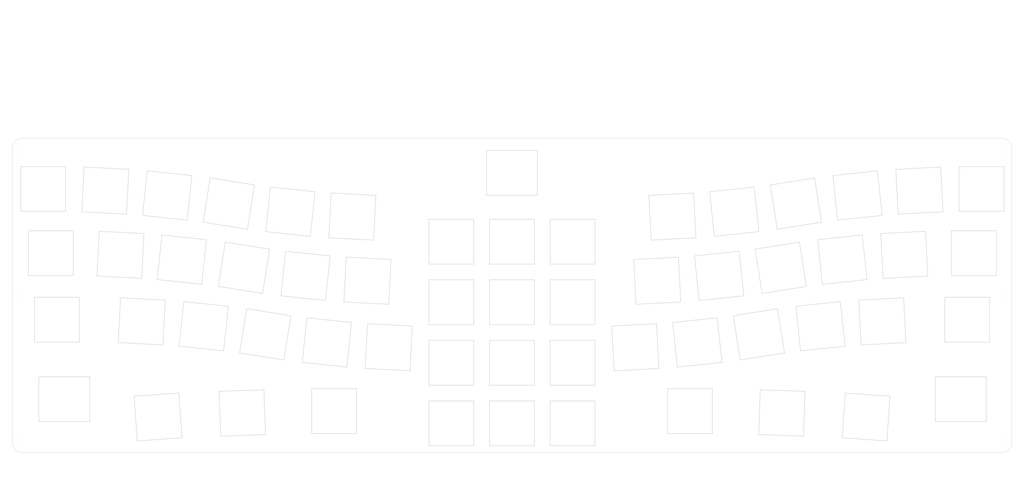
<source format=kicad_pcb>
(kicad_pcb (version 20241229) (generator "pcbnew") (generator_version "9.0")
  (layers (0 "F.Cu" signal) (2 "B.Cu" signal) (13 "F.Paste" user) (15 "B.Paste" user) (5 "F.SilkS" user "F.Silkscreen") (7 "B.SilkS" user "B.Silkscreen") (1 "F.Mask" user) (3 "B.Mask" user) (25 "Edge.Cuts" user))
  (net 0 "")
  (footprint "kbd_Hole:m2_Screw_Hole_EdgeCuts" (layer "F.Cu") (at 16.075 66.65)
    (property "Reference" "J3" (hide yes))
    (property "Value" "Conn_01x01" (hide yes))
    (fp_circle (center 0 0) (end 1.1 0) (stroke (width 0.01)) (fill no) (layer "Edge.Cuts"))
  )
  (footprint "kbd_Hole:m2_Screw_Hole_EdgeCuts" (layer "F.Cu") (at 16.075 111.75)
    (property "Reference" "J4" (hide yes))
    (property "Value" "Conn_01x01" (hide yes))
    (fp_circle (center 0 0) (end 1.1 0) (stroke (width 0.01)) (fill no) (layer "Edge.Cuts"))
  )
  (footprint "kbd_Hole:m2_Screw_Hole_EdgeCuts" (layer "F.Cu") (at 326.825 21.55)
    (property "Reference" "J5" (hide yes))
    (property "Value" "Conn_01x01" (hide yes))
    (fp_circle (center 0 0) (end 1.1 0) (stroke (width 0.01)) (fill no) (layer "Edge.Cuts"))
  )
  (footprint "kbd_Hole:m2_Screw_Hole_EdgeCuts" (layer "F.Cu") (at 326.825 66.65)
    (property "Reference" "J6" (hide yes))
    (property "Value" "Conn_01x01" (hide yes))
    (fp_circle (center 0 0) (end 1.1 0) (stroke (width 0.01)) (fill no) (layer "Edge.Cuts"))
  )
  (footprint "kbd_Hole:m2_Screw_Hole_EdgeCuts" (layer "F.Cu") (at 326.825 111.75)
    (property "Reference" "J7" (hide yes))
    (property "Value" "Conn_01x01" (hide yes))
    (fp_circle (center 0 0) (end 1.1 0) (stroke (width 0.01)) (fill no) (layer "Edge.Cuts"))
  )
  (footprint "kbd_SW_Hole:SW_Hole_1u(wide)" (layer "F.Cu") (at 30.593611 99.3)
    (property "Reference" "SW4" (hide yes))
    (property "Value" "RotaryEncoder_Switch" (hide yes))
    (fp_line (start -8 -7.05) (end 8 -7.05) (stroke (width 0.15)) (layer "Edge.Cuts"))
    (fp_line (start -8 7.05) (end -8 -7.05) (stroke (width 0.15)) (layer "Edge.Cuts"))
    (fp_line (start -8 7.05) (end 8 7.05) (stroke (width 0.15)) (layer "Edge.Cuts"))
    (fp_line (start 8 -7.05) (end 8 7.05) (stroke (width 0.15)) (layer "Edge.Cuts"))
  )
  (footprint "kbd_SW_Hole:SW_Hole_1u" (layer "F.Cu") (at 171.405943 106.907157)
    (property "Reference" "SW34" (hide yes))
    (property "Value" "SW_PUSH" (hide yes))
    (fp_line (start -7.05 -7.05) (end 7.05 -7.05) (stroke (width 0.15)) (layer "Edge.Cuts"))
    (fp_line (start -7.05 7.05) (end -7.05 -7.05) (stroke (width 0.15)) (layer "Edge.Cuts"))
    (fp_line (start 7.05 -7.05) (end 7.05 7.05) (stroke (width 0.15)) (layer "Edge.Cuts"))
    (fp_line (start 7.05 7.05) (end -7.05 7.05) (stroke (width 0.15)) (layer "Edge.Cuts"))
  )
  (footprint "kbd_SW_Hole:SW_Hole_1u" (layer "F.Cu") (at 62.973516 35.227734 -6)
    (property "Reference" "SW9" (hide yes))
    (property "Value" "SW_PUSH" (hide yes))
    (fp_line (start -7.05 7.05) (end -7.05 -7.05) (stroke (width 0.15)) (layer "Edge.Cuts"))
    (fp_line (start -7.05 -7.05) (end 7.05 -7.05) (stroke (width 0.15)) (layer "Edge.Cuts"))
    (fp_line (start 7.05 7.05) (end -7.05 7.05) (stroke (width 0.15)) (layer "Edge.Cuts"))
    (fp_line (start 7.05 -7.05) (end 7.05 7.05) (stroke (width 0.15)) (layer "Edge.Cuts"))
  )
  (footprint "kbd_SW_Hole:SW_Hole_1u" (layer "F.Cu") (at 113.186495 81.456809 -6)
    (property "Reference" "SW18" (hide yes))
    (property "Value" "SW_PUSH" (hide yes))
    (fp_line (start -7.05 7.05) (end -7.05 -7.05) (stroke (width 0.15)) (layer "Edge.Cuts"))
    (fp_line (start -7.05 -7.05) (end 7.05 -7.05) (stroke (width 0.15)) (layer "Edge.Cuts"))
    (fp_line (start 7.05 7.05) (end -7.05 7.05) (stroke (width 0.15)) (layer "Edge.Cuts"))
    (fp_line (start 7.05 -7.05) (end 7.05 7.05) (stroke (width 0.15)) (layer "Edge.Cuts"))
  )
  (footprint "kbd_SW_Hole:SW_Hole_1u" (layer "F.Cu") (at 294.808024 53.887878 3)
    (property "Reference" "SW51" (hide yes))
    (property "Value" "SW_PUSH" (hide yes))
    (fp_line (start -7.05 -7.05) (end 7.05 -7.05) (stroke (width 0.15)) (layer "Edge.Cuts"))
    (fp_line (start -7.05 7.05) (end -7.05 -7.05) (stroke (width 0.15)) (layer "Edge.Cuts"))
    (fp_line (start 7.05 -7.05) (end 7.05 7.05) (stroke (width 0.15)) (layer "Edge.Cuts"))
    (fp_line (start 7.05 7.05) (end -7.05 7.05) (stroke (width 0.15)) (layer "Edge.Cuts"))
  )
  (footprint "kbd_SW_Hole:SW_Hole_1u" (layer "F.Cu") (at 23.962917 33.184152)
    (property "Reference" "SW1" (hide yes))
    (property "Value" "SW_PUSH" (hide yes))
    (fp_line (start -7.05 -7.05) (end 7.05 -7.05) (stroke (width 0.15)) (layer "Edge.Cuts"))
    (fp_line (start -7.05 7.05) (end -7.05 -7.05) (stroke (width 0.15)) (layer "Edge.Cuts"))
    (fp_line (start 7.05 -7.05) (end 7.05 7.05) (stroke (width 0.15)) (layer "Edge.Cuts"))
    (fp_line (start 7.05 7.05) (end -7.05 7.05) (stroke (width 0.15)) (layer "Edge.Cuts"))
  )
  (footprint "kbd_SW_Hole:SW_Hole_1u" (layer "F.Cu") (at 236.58458 60.520956 6)
    (property "Reference" "SW40" (hide yes))
    (property "Value" "SW_PUSH" (hide yes))
    (fp_line (start -7.05 -7.05) (end 7.05 -7.05) (stroke (width 0.15)) (layer "Edge.Cuts"))
    (fp_line (start -7.05 7.05) (end -7.05 -7.05) (stroke (width 0.15)) (layer "Edge.Cuts"))
    (fp_line (start 7.05 -7.05) (end 7.05 7.05) (stroke (width 0.15)) (layer "Edge.Cuts"))
    (fp_line (start 7.05 7.05) (end -7.05 7.05) (stroke (width 0.15)) (layer "Edge.Cuts"))
  )
  (footprint "kbd_SW_Hole:SW_Hole_1u" (layer "F.Cu") (at 106.478207 60.520956 -6)
    (property "Reference" "SW17" (hide yes))
    (property "Value" "SW_PUSH" (hide yes))
    (fp_line (start -7.05 7.05) (end -7.05 -7.05) (stroke (width 0.15)) (layer "Edge.Cuts"))
    (fp_line (start -7.05 -7.05) (end 7.05 -7.05) (stroke (width 0.15)) (layer "Edge.Cuts"))
    (fp_line (start 7.05 7.05) (end -7.05 7.05) (stroke (width 0.15)) (layer "Edge.Cuts"))
    (fp_line (start 7.05 -7.05) (end 7.05 7.05) (stroke (width 0.15)) (layer "Edge.Cuts"))
  )
  (footprint "kbd_SW_Hole:SW_Hole_1u" (layer "F.Cu") (at 282.806389 104.907157 -4)
    (property "Reference" "SW53" (hide yes))
    (property "Value" "SW_PUSH" (hide yes))
    (fp_line (start -7.05 7.05) (end -7.05 -7.05) (stroke (width 0.15)) (layer "Edge.Cuts"))
    (fp_line (start -7.05 -7.05) (end 7.05 -7.05) (stroke (width 0.15)) (layer "Edge.Cuts"))
    (fp_line (start 7.05 7.05) (end -7.05 7.05) (stroke (width 0.15)) (layer "Edge.Cuts"))
    (fp_line (start 7.05 -7.05) (end 7.05 7.05) (stroke (width 0.15)) (layer "Edge.Cuts"))
  )
  (footprint "kbd_SW_Hole:SW_Hole_1u" (layer "F.Cu") (at 60.093611 104.907157 4)
    (property "Reference" "SW8" (hide yes))
    (property "Value" "SW_PUSH" (hide yes))
    (fp_line (start -7.05 -7.05) (end 7.05 -7.05) (stroke (width 0.15)) (layer "Edge.Cuts"))
    (fp_line (start -7.05 7.05) (end -7.05 -7.05) (stroke (width 0.15)) (layer "Edge.Cuts"))
    (fp_line (start 7.05 -7.05) (end 7.05 7.05) (stroke (width 0.15)) (layer "Edge.Cuts"))
    (fp_line (start 7.05 7.05) (end -7.05 7.05) (stroke (width 0.15)) (layer "Edge.Cuts"))
  )
  (footprint "kbd_SW_Hole:SW_Hole_1u" (layer "F.Cu") (at 316.721969 53.377018)
    (property "Reference" "SW55" (hide yes))
    (property "Value" "SW_PUSH" (hide yes))
    (fp_line (start -7.05 -7.05) (end 7.05 -7.05) (stroke (width 0.15)) (layer "Edge.Cuts"))
    (fp_line (start -7.05 7.05) (end -7.05 -7.05) (stroke (width 0.15)) (layer "Edge.Cuts"))
    (fp_line (start 7.05 -7.05) (end 7.05 7.05) (stroke (width 0.15)) (layer "Edge.Cuts"))
    (fp_line (start 7.05 7.05) (end -7.05 7.05) (stroke (width 0.15)) (layer "Edge.Cuts"))
  )
  (footprint "kbd_SW_Hole:SW_Hole_1u" (layer "F.Cu") (at 171.405943 49.757157)
    (property "Reference" "SW28" (hide yes))
    (property "Value" "SW_PUSH" (hide yes))
    (fp_line (start -7.05 -7.05) (end 7.05 -7.05) (stroke (width 0.15)) (layer "Edge.Cuts"))
    (fp_line (start -7.05 7.05) (end -7.05 -7.05) (stroke (width 0.15)) (layer "Edge.Cuts"))
    (fp_line (start 7.05 -7.05) (end 7.05 7.05) (stroke (width 0.15)) (layer "Edge.Cuts"))
    (fp_line (start 7.05 7.05) (end -7.05 7.05) (stroke (width 0.15)) (layer "Edge.Cuts"))
  )
  (footprint "kbd_SW_Hole:SW_Hole_1u" (layer "F.Cu") (at 54.965195 74.825193 -3)
    (property "Reference" "SW7" (hide yes))
    (property "Value" "SW_PUSH" (hide yes))
    (fp_line (start -7.05 7.05) (end -7.05 -7.05) (stroke (width 0.15)) (layer "Edge.Cuts"))
    (fp_line (start -7.05 -7.05) (end 7.05 -7.05) (stroke (width 0.15)) (layer "Edge.Cuts"))
    (fp_line (start 7.05 7.05) (end -7.05 7.05) (stroke (width 0.15)) (layer "Edge.Cuts"))
    (fp_line (start 7.05 -7.05) (end 7.05 7.05) (stroke (width 0.15)) (layer "Edge.Cuts"))
  )
  (footprint "kbd_SW_Hole:SW_Hole_1u" (layer "F.Cu") (at 48.254763 53.887878 -3)
    (property "Reference" "SW6" (hide yes))
    (property "Value" "SW_PUSH" (hide yes))
    (fp_line (start -7.05 7.05) (end -7.05 -7.05) (stroke (width 0.15)) (layer "Edge.Cuts"))
    (fp_line (start -7.05 -7.05) (end 7.05 -7.05) (stroke (width 0.15)) (layer "Edge.Cuts"))
    (fp_line (start 7.05 7.05) (end -7.05 7.05) (stroke (width 0.15)) (layer "Edge.Cuts"))
    (fp_line (start 7.05 -7.05) (end 7.05 7.05) (stroke (width 0.15)) (layer "Edge.Cuts"))
  )
  (footprint "kbd_SW_Hole:SW_Hole_1.25u" (layer "F.Cu") (at 115.490396 103.054659)
    (property "Reference" "SW22" (hide yes))
    (property "Value" "SW_PUSH" (hide yes))
    (fp_line (start -7.05 -7.05) (end 7.05 -7.05) (stroke (width 0.15)) (layer "Edge.Cuts"))
    (fp_line (start -7.05 7.05) (end -7.05 -7.05) (stroke (width 0.15)) (layer "Edge.Cuts"))
    (fp_line (start 7.05 -7.05) (end 7.05 7.05) (stroke (width 0.15)) (layer "Edge.Cuts"))
    (fp_line (start 7.05 7.05) (end -7.05 7.05) (stroke (width 0.15)) (layer "Edge.Cuts"))
  )
  (footprint "kbd_SW_Hole:SW_Hole_1u" (layer "F.Cu") (at 82.345015 37.777363 -9)
    (property "Reference" "SW12" (hide yes))
    (property "Value" "SW_PUSH" (hide yes))
    (fp_line (start -7.05 7.05) (end -7.05 -7.05) (stroke (width 0.15)) (layer "Edge.Cuts"))
    (fp_line (start -7.05 -7.05) (end 7.05 -7.05) (stroke (width 0.15)) (layer "Edge.Cuts"))
    (fp_line (start 7.05 7.05) (end -7.05 7.05) (stroke (width 0.15)) (layer "Edge.Cuts"))
    (fp_line (start 7.05 -7.05) (end 7.05 7.05) (stroke (width 0.15)) (layer "Edge.Cuts"))
  )
  (footprint "kbd_SW_Hole:SW_Hole_1u" (layer "F.Cu") (at 221.867746 41.86016 3)
    (property "Reference" "SW35" (hide yes))
    (property "Value" "SW_PUSH" (hide yes))
    (fp_line (start -7.05 -7.05) (end 7.05 -7.05) (stroke (width 0.15)) (layer "Edge.Cuts"))
    (fp_line (start -7.05 7.05) (end -7.05 -7.05) (stroke (width 0.15)) (layer "Edge.Cuts"))
    (fp_line (start 7.05 -7.05) (end 7.05 7.05) (stroke (width 0.15)) (layer "Edge.Cuts"))
    (fp_line (start 7.05 7.05) (end -7.05 7.05) (stroke (width 0.15)) (layer "Edge.Cuts"))
  )
  (footprint "kbd_SW_Hole:SW_Hole_1u" (layer "F.Cu") (at 125.956652 62.054123 -3)
    (property "Reference" "SW20" (hide yes))
    (property "Value" "SW_PUSH" (hide yes))
    (fp_line (start -7.05 7.05) (end -7.05 -7.05) (stroke (width 0.15)) (layer "Edge.Cuts"))
    (fp_line (start -7.05 -7.05) (end 7.05 -7.05) (stroke (width 0.15)) (layer "Edge.Cuts"))
    (fp_line (start 7.05 7.05) (end -7.05 7.05) (stroke (width 0.15)) (layer "Edge.Cuts"))
    (fp_line (start 7.05 -7.05) (end 7.05 7.05) (stroke (width 0.15)) (layer "Edge.Cuts"))
  )
  (footprint "kbd_SW_Hole:SW_Hole_1u" (layer "F.Cu") (at 171.405943 87.857157)
    (property "Reference" "SW30" (hide yes))
    (property "Value" "SW_PUSH" (hide yes))
    (fp_line (start -7.05 -7.05) (end 7.05 -7.05) (stroke (width 0.15)) (layer "Edge.Cuts"))
    (fp_line (start -7.05 7.05) (end -7.05 -7.05) (stroke (width 0.15)) (layer "Edge.Cuts"))
    (fp_line (start 7.05 -7.05) (end 7.05 7.05) (stroke (width 0.15)) (layer "Edge.Cuts"))
    (fp_line (start 7.05 7.05) (end -7.05 7.05) (stroke (width 0.15)) (layer "Edge.Cuts"))
  )
  (footprint "kbd_SW_Hole:SW_Hole_1u" (layer "F.Cu") (at 229.713505 81.456809 6)
    (property "Reference" "SW41" (hide yes))
    (property "Value" "SW_PUSH" (hide yes))
    (fp_line (start -7.05 -7.05) (end 7.05 -7.05) (stroke (width 0.15)) (layer "Edge.Cuts"))
    (fp_line (start -7.05 7.05) (end -7.05 -7.05) (stroke (width 0.15)) (layer "Edge.Cuts"))
    (fp_line (start 7.05 -7.05) (end 7.05 7.05) (stroke (width 0.15)) (layer "Edge.Cuts"))
    (fp_line (start 7.05 7.05) (end -7.05 7.05) (stroke (width 0.15)) (layer "Edge.Cuts"))
  )
  (footprint "kbd_SW_Hole:SW_Hole_1u" (layer "F.Cu") (at 210.234088 82.989005 3)
    (property "Reference" "SW37" (hide yes))
    (property "Value" "SW_PUSH" (hide yes))
    (fp_line (start -7.05 -7.05) (end 7.05 -7.05) (stroke (width 0.15)) (layer "Edge.Cuts"))
    (fp_line (start -7.05 7.05) (end -7.05 -7.05) (stroke (width 0.15)) (layer "Edge.Cuts"))
    (fp_line (start 7.05 -7.05) (end 7.05 7.05) (stroke (width 0.15)) (layer "Edge.Cuts"))
    (fp_line (start 7.05 7.05) (end -7.05 7.05) (stroke (width 0.15)) (layer "Edge.Cuts"))
  )
  (footprint "kbd_SW_Hole:SW_Hole_1u" (layer "F.Cu") (at 132.665912 82.989005 -3)
    (property "Reference" "SW21" (hide yes))
    (property "Value" "SW_PUSH" (hide yes))
    (fp_line (start -7.05 7.05) (end -7.05 -7.05) (stroke (width 0.15)) (layer "Edge.Cuts"))
    (fp_line (start -7.05 -7.05) (end 7.05 -7.05) (stroke (width 0.15)) (layer "Edge.Cuts"))
    (fp_line (start 7.05 7.05) (end -7.05 7.05) (stroke (width 0.15)) (layer "Edge.Cuts"))
    (fp_line (start 7.05 -7.05) (end 7.05 7.05) (stroke (width 0.15)) (layer "Edge.Cuts"))
  )
  (footprint "kbd_SW_Hole:SW_Hole_1u" (layer "F.Cu") (at 190.455943 49.757157)
    (property "Reference" "SW31" (hide yes))
    (property "Value" "SW_PUSH" (hide yes))
    (fp_line (start -7.05 -7.05) (end 7.05 -7.05) (stroke (width 0.15)) (layer "Edge.Cuts"))
    (fp_line (start -7.05 7.05) (end -7.05 -7.05) (stroke (width 0.15)) (layer "Edge.Cuts"))
    (fp_line (start 7.05 -7.05) (end 7.05 7.05) (stroke (width 0.15)) (layer "Edge.Cuts"))
    (fp_line (start 7.05 7.05) (end -7.05 7.05) (stroke (width 0.15)) (layer "Edge.Cuts"))
  )
  (footprint "kbd_SW_Hole:SW_Hole_1u" (layer "F.Cu") (at 255.956652 57.971044 9)
    (property "Reference" "SW44" (hide yes))
    (property "Value" "SW_PUSH" (hide yes))
    (fp_line (start -7.05 -7.05) (end 7.05 -7.05) (stroke (width 0.15)) (layer "Edge.Cuts"))
    (fp_line (start -7.05 7.05) (end -7.05 -7.05) (stroke (width 0.15)) (layer "Edge.Cuts"))
    (fp_line (start 7.05 -7.05) (end 7.05 7.05) (stroke (width 0.15)) (layer "Edge.Cuts"))
    (fp_line (start 7.05 7.05) (end -7.05 7.05) (stroke (width 0.15)) (layer "Edge.Cuts"))
  )
  (footprint "kbd_SW_Hole:SW_Hole_1u" (layer "F.Cu") (at 275.328982 55.421385 6)
    (property "Reference" "SW48" (hide yes))
    (property "Value" "SW_PUSH" (hide yes))
    (fp_line (start -7.05 -7.05) (end 7.05 -7.05) (stroke (width 0.15)) (layer "Edge.Cuts"))
    (fp_line (start -7.05 7.05) (end -7.05 -7.05) (stroke (width 0.15)) (layer "Edge.Cuts"))
    (fp_line (start 7.05 -7.05) (end 7.05 7.05) (stroke (width 0.15)) (layer "Edge.Cuts"))
    (fp_line (start 7.05 7.05) (end -7.05 7.05) (stroke (width 0.15)) (layer "Edge.Cuts"))
  )
  (footprint "kbd_SW_Hole:SW_Hole_1u" (layer "F.Cu") (at 152.355943 49.757157)
    (property "Reference" "SW23" (hide yes))
    (property "Value" "SW_PUSH" (hide yes))
    (fp_line (start -7.05 -7.05) (end 7.05 -7.05) (stroke (width 0.15)) (layer "Edge.Cuts"))
    (fp_line (start -7.05 7.05) (end -7.05 -7.05) (stroke (width 0.15)) (layer "Edge.Cuts"))
    (fp_line (start 7.05 -7.05) (end 7.05 7.05) (stroke (width 0.15)) (layer "Edge.Cuts"))
    (fp_line (start 7.05 7.05) (end -7.05 7.05) (stroke (width 0.15)) (layer "Edge.Cuts"))
  )
  (footprint "kbd_SW_Hole:SW_Hole_1u" (layer "F.Cu") (at 287.934805 74.825193 3)
    (property "Reference" "SW52" (hide yes))
    (property "Value" "SW_PUSH" (hide yes))
    (fp_line (start -7.05 -7.05) (end 7.05 -7.05) (stroke (width 0.15)) (layer "Edge.Cuts"))
    (fp_line (start -7.05 7.05) (end -7.05 -7.05) (stroke (width 0.15)) (layer "Edge.Cuts"))
    (fp_line (start 7.05 -7.05) (end 7.05 7.05) (stroke (width 0.15)) (layer "Edge.Cuts"))
    (fp_line (start 7.05 7.05) (end -7.05 7.05) (stroke (width 0.15)) (layer "Edge.Cuts"))
  )
  (footprint "kbd_SW_Hole:SW_Hole_1u" (layer "F.Cu") (at 74.443718 76.357359 -6)
    (property "Reference" "SW11" (hide yes))
    (property "Value" "SW_PUSH" (hide yes))
    (fp_line (start -7.05 7.05) (end -7.05 -7.05) (stroke (width 0.15)) (layer "Edge.Cuts"))
    (fp_line (start -7.05 -7.05) (end 7.05 -7.05) (stroke (width 0.15)) (layer "Edge.Cuts"))
    (fp_line (start 7.05 7.05) (end -7.05 7.05) (stroke (width 0.15)) (layer "Edge.Cuts"))
    (fp_line (start 7.05 -7.05) (end 7.05 7.05) (stroke (width 0.15)) (layer "Edge.Cuts"))
  )
  (footprint "kbd_SW_Hole:SW_Hole_1u" (layer "F.Cu") (at 190.455943 68.807157)
    (property "Reference" "SW32" (hide yes))
    (property "Value" "SW_PUSH" (hide yes))
    (fp_line (start -7.05 -7.05) (end 7.05 -7.05) (stroke (width 0.15)) (layer "Edge.Cuts"))
    (fp_line (start -7.05 7.05) (end -7.05 -7.05) (stroke (width 0.15)) (layer "Edge.Cuts"))
    (fp_line (start 7.05 -7.05) (end 7.05 7.05) (stroke (width 0.15)) (layer "Edge.Cuts"))
    (fp_line (start 7.05 7.05) (end -7.05 7.05) (stroke (width 0.15)) (layer "Edge.Cuts"))
  )
  (footprint "kbd_SW_Hole:SW_Hole_1u" (layer "F.Cu") (at 260.717772 37.777363 9)
    (property "Reference" "SW43" (hide yes))
    (property "Value" "SW_PUSH" (hide yes))
    (fp_line (start -7.05 -7.05) (end 7.05 -7.05) (stroke (width 0.15)) (layer "Edge.Cuts"))
    (fp_line (start -7.05 7.05) (end -7.05 -7.05) (stroke (width 0.15)) (layer "Edge.Cuts"))
    (fp_line (start 7.05 -7.05) (end 7.05 7.05) (stroke (width 0.15)) (layer "Edge.Cuts"))
    (fp_line (start 7.05 7.05) (end -7.05 7.05) (stroke (width 0.15)) (layer "Edge.Cuts"))
  )
  (footprint "kbd_SW_Hole:SW_Hole_1.75u" (layer "F.Cu") (at 314.611222 74.314759)
    (property "Reference" "SW56" (hide yes))
    (property "Value" "SW_PUSH" (hide yes))
    (fp_line (start -7.05 -7.05) (end 7.05 -7.05) (stroke (width 0.15)) (layer "Edge.Cuts"))
    (fp_line (start -7.05 7.05) (end -7.05 -7.05) (stroke (width 0.15)) (layer "Edge.Cuts"))
    (fp_line (start 7.05 -7.05) (end 7.05 7.05) (stroke (width 0.15)) (layer "Edge.Cuts"))
    (fp_line (start 7.05 7.05) (end -7.05 7.05) (stroke (width 0.15)) (layer "Edge.Cuts"))
  )
  (footprint "kbd_SW_Hole:SW_Hole_1u" (layer "F.Cu") (at 121.195041 41.86016 -3)
    (property "Reference" "SW19" (hide yes))
    (property "Value" "SW_PUSH" (hide yes))
    (fp_line (start -7.05 7.05) (end -7.05 -7.05) (stroke (width 0.15)) (layer "Edge.Cuts"))
    (fp_line (start -7.05 -7.05) (end 7.05 -7.05) (stroke (width 0.15)) (layer "Edge.Cuts"))
    (fp_line (start 7.05 7.05) (end -7.05 7.05) (stroke (width 0.15)) (layer "Edge.Cuts"))
    (fp_line (start 7.05 -7.05) (end 7.05 7.05) (stroke (width 0.15)) (layer "Edge.Cuts"))
  )
  (footprint "kbd_SW_Hole:SW_Hole_1u" (layer "F.Cu") (at 26.340818 53.377018)
    (property "Reference" "SW2" (hide yes))
    (property "Value" "SW_PUSH" (hide yes))
    (fp_line (start -7.05 -7.05) (end 7.05 -7.05) (stroke (width 0.15)) (layer "Edge.Cuts"))
    (fp_line (start -7.05 7.05) (end -7.05 -7.05) (stroke (width 0.15)) (layer "Edge.Cuts"))
    (fp_line (start 7.05 -7.05) (end 7.05 7.05) (stroke (width 0.15)) (layer "Edge.Cuts"))
    (fp_line (start 7.05 7.05) (end -7.05 7.05) (stroke (width 0.15)) (layer "Edge.Cuts"))
  )
  (footprint "kbd_SW_Hole:SW_Hole_1.75u" (layer "F.Cu") (at 86.593611 103.642969 2)
    (property "Reference" "SW15" (hide yes))
    (property "Value" "SW_PUSH" (hide yes))
    (fp_line (start -7.05 -7.05) (end 7.05 -7.05) (stroke (width 0.15)) (layer "Edge.Cuts"))
    (fp_line (start -7.05 7.05) (end -7.05 -7.05) (stroke (width 0.15)) (layer "Edge.Cuts"))
    (fp_line (start 7.05 -7.05) (end 7.05 7.05) (stroke (width 0.15)) (layer "Edge.Cuts"))
    (fp_line (start 7.05 7.05) (end -7.05 7.05) (stroke (width 0.15)) (layer "Edge.Cuts"))
  )
  (footprint "kbd_SW_Hole:SW_Hole_1u" (layer "F.Cu") (at 67.571018 55.421385 -6)
    (property "Reference" "SW10" (hide yes))
    (property "Value" "SW_PUSH" (hide yes))
    (fp_line (start -7.05 7.05) (end -7.05 -7.05) (stroke (width 0.15)) (layer "Edge.Cuts"))
    (fp_line (start -7.05 -7.05) (end 7.05 -7.05) (stroke (width 0.15)) (layer "Edge.Cuts"))
    (fp_line (start 7.05 7.05) (end -7.05 7.05) (stroke (width 0.15)) (layer "Edge.Cuts"))
    (fp_line (start 7.05 -7.05) (end 7.05 7.05) (stroke (width 0.15)) (layer "Edge.Cuts"))
  )
  (footprint "kbd_SW_Hole:SW_Hole_1u" (layer "F.Cu") (at 87.106135 57.971044 -9)
    (property "Reference" "SW13" (hide yes))
    (property "Value" "SW_PUSH" (hide yes))
    (fp_line (start -7.05 7.05) (end -7.05 -7.05) (stroke (width 0.15)) (layer "Edge.Cuts"))
    (fp_line (start -7.05 -7.05) (end 7.05 -7.05) (stroke (width 0.15)) (layer "Edge.Cuts"))
    (fp_line (start 7.05 7.05) (end -7.05 7.05) (stroke (width 0.15)) (layer "Edge.Cuts"))
    (fp_line (start 7.05 -7.05) (end 7.05 7.05) (stroke (width 0.15)) (layer "Edge.Cuts"))
  )
  (footprint "kbd_SW_Hole:SW_Hole_1u" (layer "F.Cu") (at 93.815205 78.907157 -9)
    (property "Reference" "SW14" (hide yes))
    (property "Value" "SW_PUSH" (hide yes))
    (fp_line (start -7.05 7.05) (end -7.05 -7.05) (stroke (width 0.15)) (layer "Edge.Cuts"))
    (fp_line (start -7.05 -7.05) (end 7.05 -7.05) (stroke (width 0.15)) (layer "Edge.Cuts"))
    (fp_line (start 7.05 7.05) (end -7.05 7.05) (stroke (width 0.15)) (layer "Edge.Cuts"))
    (fp_line (start 7.05 -7.05) (end 7.05 7.05) (stroke (width 0.15)) (layer "Edge.Cuts"))
  )
  (footprint "kbd_SW_Hole:SW_Hole_1u" (layer "F.Cu") (at 241.346434 40.327825 6)
    (property "Reference" "SW39" (hide yes))
    (property "Value" "SW_PUSH" (hide yes))
    (fp_line (start -7.05 -7.05) (end 7.05 -7.05) (stroke (width 0.15)) (layer "Edge.Cuts"))
    (fp_line (start -7.05 7.05) (end -7.05 -7.05) (stroke (width 0.15)) (layer "Edge.Cuts"))
    (fp_line (start 7.05 -7.05) (end 7.05 7.05) (stroke (width 0.15)) (layer "Edge.Cuts"))
    (fp_line (start 7.05 7.05) (end -7.05 7.05) (stroke (width 0.15)) (layer "Edge.Cuts"))
  )
  (footprint "kbd_SW_Hole:SW_Hole_1u" (layer "F.Cu") (at 190.455943 87.857157)
    (property "Reference" "SW33" (hide yes))
    (property "Value" "SW_PUSH" (hide yes))
    (fp_line (start -7.05 -7.05) (end 7.05 -7.05) (stroke (width 0.15)) (layer "Edge.Cuts"))
    (fp_line (start -7.05 7.05) (end -7.05 -7.05) (stroke (width 0.15)) (layer "Edge.Cuts"))
    (fp_line (start 7.05 -7.05) (end 7.05 7.05) (stroke (width 0.15)) (layer "Edge.Cuts"))
    (fp_line (start 7.05 7.05) (end -7.05 7.05) (stroke (width 0.15)) (layer "Edge.Cuts"))
  )
  (footprint "kbd_SW_Hole:SW_Hole_1.75u" (layer "F.Cu") (at 28.288778 74.314759)
    (property "Reference" "SW3" (hide yes))
    (property "Value" "SW_PUSH" (hide yes))
    (fp_line (start -7.05 -7.05) (end 7.05 -7.05) (stroke (width 0.15)) (layer "Edge.Cuts"))
    (fp_line (start -7.05 7.05) (end -7.05 -7.05) (stroke (width 0.15)) (layer "Edge.Cuts"))
    (fp_line (start 7.05 -7.05) (end 7.05 7.05) (stroke (width 0.15)) (layer "Edge.Cuts"))
    (fp_line (start 7.05 7.05) (end -7.05 7.05) (stroke (width 0.15)) (layer "Edge.Cuts"))
  )
  (footprint "kbd_SW_Hole:SW_Hole_1.75u" (layer "F.Cu") (at 256.306389 103.642969 -2)
    (property "Reference" "SW46" (hide yes))
    (property "Value" "SW_PUSH" (hide yes))
    (fp_line (start -7.05 7.05) (end -7.05 -7.05) (stroke (width 0.15)) (layer "Edge.Cuts"))
    (fp_line (start -7.05 -7.05) (end 7.05 -7.05) (stroke (width 0.15)) (layer "Edge.Cuts"))
    (fp_line (start 7.05 7.05) (end -7.05 7.05) (stroke (width 0.15)) (layer "Edge.Cuts"))
    (fp_line (start 7.05 -7.05) (end 7.05 7.05) (stroke (width 0.15)) (layer "Edge.Cuts"))
  )
  (footprint "kbd_SW_Hole:SW_Hole_1u" (layer "F.Cu") (at 249.084795 78.907157 9)
    (property "Reference" "SW45" (hide yes))
    (property "Value" "SW_PUSH" (hide yes))
    (fp_line (start -7.05 -7.05) (end 7.05 -7.05) (stroke (width 0.15)) (layer "Edge.Cuts"))
    (fp_line (start -7.05 7.05) (end -7.05 -7.05) (stroke (width 0.15)) (layer "Edge.Cuts"))
    (fp_line (start 7.05 -7.05) (end 7.05 7.05) (stroke (width 0.15)) (layer "Edge.Cuts"))
    (fp_line (start 7.05 7.05) (end -7.05 7.05) (stroke (width 0.15)) (layer "Edge.Cuts"))
  )
  (footprint "kbd_SW_Hole:SW_Hole_1u" (layer "F.Cu") (at 299.567867 33.695005 3)
    (property "Reference" "SW50" (hide yes))
    (property "Value" "SW_PUSH" (hide yes))
    (fp_line (start -7.05 -7.05) (end 7.05 -7.05) (stroke (width 0.15)) (layer "Edge.Cuts"))
    (fp_line (start -7.05 7.05) (end -7.05 -7.05) (stroke (width 0.15)) (layer "Edge.Cuts"))
    (fp_line (start 7.05 -7.05) (end 7.05 7.05) (stroke (width 0.15)) (layer "Edge.Cuts"))
    (fp_line (start 7.05 7.05) (end -7.05 7.05) (stroke (width 0.15)) (layer "Edge.Cuts"))
  )
  (footprint "kbd_SW_Hole:SW_Hole_1u" (layer "F.Cu") (at 217.106135 62.054123 3)
    (property "Reference" "SW36" (hide yes))
    (property "Value" "SW_PUSH" (hide yes))
    (fp_line (start -7.05 -7.05) (end 7.05 -7.05) (stroke (width 0.15)) (layer "Edge.Cuts"))
    (fp_line (start -7.05 7.05) (end -7.05 -7.05) (stroke (width 0.15)) (layer "Edge.Cuts"))
    (fp_line (start 7.05 -7.05) (end 7.05 7.05) (stroke (width 0.15)) (layer "Edge.Cuts"))
    (fp_line (start 7.05 7.05) (end -7.05 7.05) (stroke (width 0.15)) (layer "Edge.Cuts"))
  )
  (footprint "kbd_SW_Hole:SW_Hole_1u" (layer "F.Cu") (at 280.089271 35.227734 6)
    (property "Reference" "SW47" (hide yes))
    (property "Value" "SW_PUSH" (hide yes))
    (fp_line (start -7.05 -7.05) (end 7.05 -7.05) (stroke (width 0.15)) (layer "Edge.Cuts"))
    (fp_line (start -7.05 7.05) (end -7.05 -7.05) (stroke (width 0.15)) (layer "Edge.Cuts"))
    (fp_line (start 7.05 -7.05) (end 7.05 7.05) (stroke (width 0.15)) (layer "Edge.Cuts"))
    (fp_line (start 7.05 7.05) (end -7.05 7.05) (stroke (width 0.15)) (layer "Edge.Cuts"))
  )
  (footprint "kbd_SW_Hole:SW_Hole_1.25u" (layer "F.Cu") (at 227.409604 103.054659)
    (property "Reference" "SW42" (hide yes))
    (property "Value" "SW_PUSH" (hide yes))
    (fp_line (start -7.05 -7.05) (end 7.05 -7.05) (stroke (width 0.15)) (layer "Edge.Cuts"))
    (fp_line (start -7.05 7.05) (end -7.05 -7.05) (stroke (width 0.15)) (layer "Edge.Cuts"))
    (fp_line (start 7.05 -7.05) (end 7.05 7.05) (stroke (width 0.15)) (layer "Edge.Cuts"))
    (fp_line (start 7.05 7.05) (end -7.05 7.05) (stroke (width 0.15)) (layer "Edge.Cuts"))
  )
  (footprint "kbd_SW_Hole:SW_Hole_1u" (layer "F.Cu") (at 268.456282 76.357359 6)
    (property "Reference" "SW49" (hide yes))
    (property "Value" "SW_PUSH" (hide yes))
    (fp_line (start -7.05 -7.05) (end 7.05 -7.05) (stroke (width 0.15)) (layer "Edge.Cuts"))
    (fp_line (start -7.05 7.05) (end -7.05 -7.05) (stroke (width 0.15)) (layer "Edge.Cuts"))
    (fp_line (start 7.05 -7.05) (end 7.05 7.05) (stroke (width 0.15)) (layer "Edge.Cuts"))
    (fp_line (start 7.05 7.05) (end -7.05 7.05) (stroke (width 0.15)) (layer "Edge.Cuts"))
  )
  (footprint "kbd_SW_Hole:SW_Hole_1u" (layer "F.Cu") (at 152.355943 87.857157)
    (property "Reference" "SW25" (hide yes))
    (property "Value" "SW_PUSH" (hide yes))
    (fp_line (start -7.05 -7.05) (end 7.05 -7.05) (stroke (width 0.15)) (layer "Edge.Cuts"))
    (fp_line (start -7.05 7.05) (end -7.05 -7.05) (stroke (width 0.15)) (layer "Edge.Cuts"))
    (fp_line (start 7.05 -7.05) (end 7.05 7.05) (stroke (width 0.15)) (layer "Edge.Cuts"))
    (fp_line (start 7.05 7.05) (end -7.05 7.05) (stroke (width 0.15)) (layer "Edge.Cuts"))
  )
  (footprint "kbd_SW_Hole:SW_Hole_1u" (layer "F.Cu") (at 171.405943 68.807157)
    (property "Reference" "SW29" (hide yes))
    (property "Value" "SW_PUSH" (hide yes))
    (fp_line (start -7.05 -7.05) (end 7.05 -7.05) (stroke (width 0.15)) (layer "Edge.Cuts"))
    (fp_line (start -7.05 7.05) (end -7.05 -7.05) (stroke (width 0.15)) (layer "Edge.Cuts"))
    (fp_line (start 7.05 -7.05) (end 7.05 7.05) (stroke (width 0.15)) (layer "Edge.Cuts"))
    (fp_line (start 7.05 7.05) (end -7.05 7.05) (stroke (width 0.15)) (layer "Edge.Cuts"))
  )
  (footprint "kbd_Hole:m2_Screw_Hole_EdgeCuts" (layer "F.Cu") (at 16.075 21.55)
    (property "Reference" "Ref**" (hide yes))
    (property "Value" "Val**" (hide yes))
    (fp_circle (center 0 0) (end 1.1 0) (stroke (width 0.01)) (fill no) (layer "Edge.Cuts"))
  )
  (footprint "kbd_SW_Hole:SW_Hole_1u" (layer "F.Cu") (at 101.716353 40.327825 -6)
    (property "Reference" "SW16" (hide yes))
    (property "Value" "SW_PUSH" (hide yes))
    (fp_line (start -7.05 7.05) (end -7.05 -7.05) (stroke (width 0.15)) (layer "Edge.Cuts"))
    (fp_line (start -7.05 -7.05) (end 7.05 -7.05) (stroke (width 0.15)) (layer "Edge.Cuts"))
    (fp_line (start 7.05 7.05) (end -7.05 7.05) (stroke (width 0.15)) (layer "Edge.Cuts"))
    (fp_line (start 7.05 -7.05) (end 7.05 7.05) (stroke (width 0.15)) (layer "Edge.Cuts"))
  )
  (footprint "kbd_SW_Hole:SW_Hole_1u" (layer "F.Cu") (at 152.355943 68.807157)
    (property "Reference" "SW24" (hide yes))
    (property "Value" "SW_PUSH" (hide yes))
    (fp_line (start -7.05 -7.05) (end 7.05 -7.05) (stroke (width 0.15)) (layer "Edge.Cuts"))
    (fp_line (start -7.05 7.05) (end -7.05 -7.05) (stroke (width 0.15)) (layer "Edge.Cuts"))
    (fp_line (start 7.05 -7.05) (end 7.05 7.05) (stroke (width 0.15)) (layer "Edge.Cuts"))
    (fp_line (start 7.05 7.05) (end -7.05 7.05) (stroke (width 0.15)) (layer "Edge.Cuts"))
  )
  (footprint "kbd_SW_Hole:SW_Hole_1u(wide)" (layer "F.Cu") (at 312.593611 99.3)
    (property "Reference" "SW57" (hide yes))
    (property "Value" "RotaryEncoder_Switch" (hide yes))
    (fp_line (start -8 -7.05) (end 8 -7.05) (stroke (width 0.15)) (layer "Edge.Cuts"))
    (fp_line (start -8 7.05) (end -8 -7.05) (stroke (width 0.15)) (layer "Edge.Cuts"))
    (fp_line (start -8 7.05) (end 8 7.05) (stroke (width 0.15)) (layer "Edge.Cuts"))
    (fp_line (start 8 -7.05) (end 8 7.05) (stroke (width 0.15)) (layer "Edge.Cuts"))
  )
  (footprint "kbd_SW_Hole:SW_Hole_1u(wide)" (layer "F.Cu") (at 171.405943 28.1)
    (property "Reference" "SW27" (hide yes))
    (property "Value" " " (hide yes))
    (fp_line (start -8 -7.05) (end 8 -7.05) (stroke (width 0.15)) (layer "Edge.Cuts"))
    (fp_line (start -8 7.05) (end -8 -7.05) (stroke (width 0.15)) (layer "Edge.Cuts"))
    (fp_line (start -8 7.05) (end 8 7.05) (stroke (width 0.15)) (layer "Edge.Cuts"))
    (fp_line (start 8 -7.05) (end 8 7.05) (stroke (width 0.15)) (layer "Edge.Cuts"))
  )
  (footprint "kbd_SW_Hole:SW_Hole_1u" (layer "F.Cu") (at 319.09987 33.184152)
    (property "Reference" "SW54" (hide yes))
    (property "Value" "SW_PUSH" (hide yes))
    (fp_line (start -7.05 -7.05) (end 7.05 -7.05) (stroke (width 0.15)) (layer "Edge.Cuts"))
    (fp_line (start -7.05 7.05) (end -7.05 -7.05) (stroke (width 0.15)) (layer "Edge.Cuts"))
    (fp_line (start 7.05 -7.05) (end 7.05 7.05) (stroke (width 0.15)) (layer "Edge.Cuts"))
    (fp_line (start 7.05 7.05) (end -7.05 7.05) (stroke (width 0.15)) (layer "Edge.Cuts"))
  )
  (footprint "kbd_SW_Hole:SW_Hole_1u" (layer "F.Cu") (at 43.49492 33.695005 -3)
    (property "Reference" "SW5" (hide yes))
    (property "Value" "SW_PUSH" (hide yes))
    (fp_line (start -7.05 7.05) (end -7.05 -7.05) (stroke (width 0.15)) (layer "Edge.Cuts"))
    (fp_line (start -7.05 -7.05) (end 7.05 -7.05) (stroke (width 0.15)) (layer "Edge.Cuts"))
    (fp_line (start 7.05 7.05) (end -7.05 7.05) (stroke (width 0.15)) (layer "Edge.Cuts"))
    (fp_line (start 7.05 -7.05) (end 7.05 7.05) (stroke (width 0.15)) (layer "Edge.Cuts"))
  )
  (footprint "kbd_SW_Hole:SW_Hole_1u" (layer "F.Cu") (at 152.355943 106.907157)
    (property "Reference" "SW26" (hide yes))
    (property "Value" "SW_PUSH" (hide yes))
    (fp_line (start -7.05 -7.05) (end 7.05 -7.05) (stroke (width 0.15)) (layer "Edge.Cuts"))
    (fp_line (start -7.05 7.05) (end -7.05 -7.05) (stroke (width 0.15)) (layer "Edge.Cuts"))
    (fp_line (start 7.05 -7.05) (end 7.05 7.05) (stroke (width 0.15)) (layer "Edge.Cuts"))
    (fp_line (start 7.05 7.05) (end -7.05 7.05) (stroke (width 0.15)) (layer "Edge.Cuts"))
  )
  (footprint "kbd_SW_Hole:SW_Hole_1u" (layer "F.Cu") (at 190.455943 106.907157)
    (property "Reference" "SW38" (hide yes))
    (property "Value" "SW_PUSH" (hide yes))
    (fp_line (start -7.05 -7.05) (end 7.05 -7.05) (stroke (width 0.15)) (layer "Edge.Cuts"))
    (fp_line (start -7.05 7.05) (end -7.05 -7.05) (stroke (width 0.15)) (layer "Edge.Cuts"))
    (fp_line (start 7.05 -7.05) (end 7.05 7.05) (stroke (width 0.15)) (layer "Edge.Cuts"))
    (fp_line (start 7.05 7.05) (end -7.05 7.05) (stroke (width 0.15)) (layer "Edge.Cuts"))
  )
  (gr_arc (start 325.625 17.25) (mid 327.74632 18.12868) (end 328.625 20.25) (stroke (width 0.1)) (layer "Edge.Cuts"))
  (gr_arc (start 14.275 20.25) (mid 15.15368 18.12868) (end 17.275 17.25) (stroke (width 0.1)) (layer "Edge.Cuts"))
  (gr_arc (start 17.275 116.05) (mid 15.15368 115.17132) (end 14.275 113.05) (stroke (width 0.1)) (layer "Edge.Cuts"))
  (gr_line (start 325.625 17.25) (end 17.275 17.25) (stroke (width 0.1)) (layer "Edge.Cuts"))
  (gr_line (start 328.625 113.05) (end 328.625 20.25) (stroke (width 0.1)) (layer "Edge.Cuts"))
  (gr_line (start 17.275 116.05) (end 325.625 116.05) (stroke (width 0.1)) (layer "Edge.Cuts"))
  (gr_line (start 14.275 20.25) (end 14.275 113.05) (stroke (width 0.1)) (layer "Edge.Cuts"))
  (gr_arc (start 328.625 113.05) (mid 327.74632 115.17132) (end 325.625 116.05) (stroke (width 0.1)) (layer "Edge.Cuts"))
)
</source>
